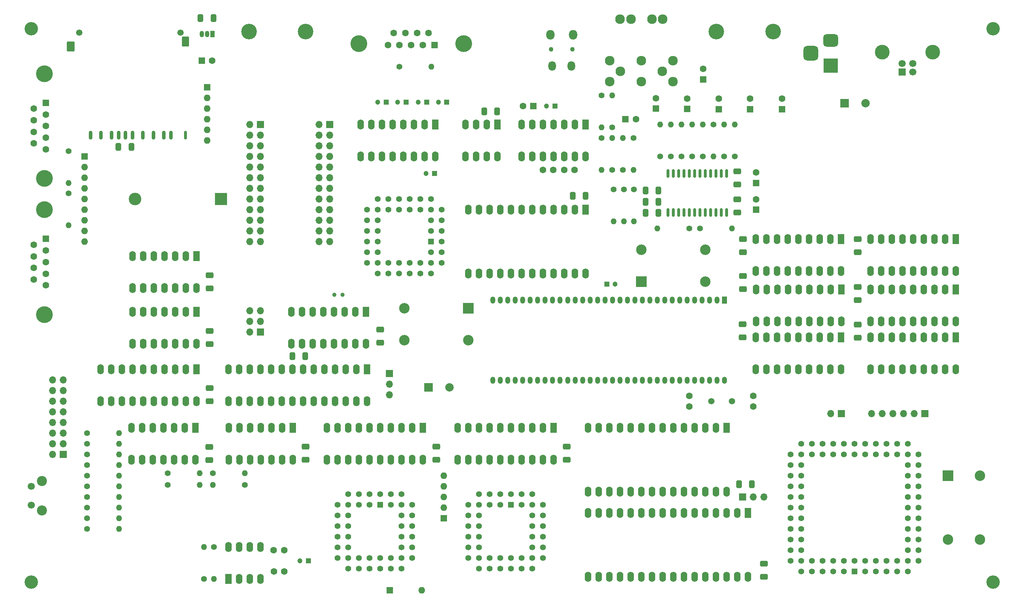
<source format=gbr>
%TF.GenerationSoftware,KiCad,Pcbnew,7.0.6-7.0.6~ubuntu22.04.1*%
%TF.CreationDate,2023-07-10T20:59:33+02:00*%
%TF.ProjectId,sbc,7362632e-6b69-4636-9164-5f7063625858,rev?*%
%TF.SameCoordinates,Original*%
%TF.FileFunction,Soldermask,Top*%
%TF.FilePolarity,Negative*%
%FSLAX46Y46*%
G04 Gerber Fmt 4.6, Leading zero omitted, Abs format (unit mm)*
G04 Created by KiCad (PCBNEW 7.0.6-7.0.6~ubuntu22.04.1) date 2023-07-10 20:59:33*
%MOMM*%
%LPD*%
G01*
G04 APERTURE LIST*
G04 Aperture macros list*
%AMRoundRect*
0 Rectangle with rounded corners*
0 $1 Rounding radius*
0 $2 $3 $4 $5 $6 $7 $8 $9 X,Y pos of 4 corners*
0 Add a 4 corners polygon primitive as box body*
4,1,4,$2,$3,$4,$5,$6,$7,$8,$9,$2,$3,0*
0 Add four circle primitives for the rounded corners*
1,1,$1+$1,$2,$3*
1,1,$1+$1,$4,$5*
1,1,$1+$1,$6,$7*
1,1,$1+$1,$8,$9*
0 Add four rect primitives between the rounded corners*
20,1,$1+$1,$2,$3,$4,$5,0*
20,1,$1+$1,$4,$5,$6,$7,0*
20,1,$1+$1,$6,$7,$8,$9,0*
20,1,$1+$1,$8,$9,$2,$3,0*%
G04 Aperture macros list end*
%ADD10C,3.721100*%
%ADD11C,1.100000*%
%ADD12O,1.800000X2.300000*%
%ADD13O,2.000000X2.300000*%
%ADD14R,1.422400X1.422400*%
%ADD15C,1.422400*%
%ADD16C,3.200000*%
%ADD17R,2.000000X2.000000*%
%ADD18C,2.000000*%
%ADD19RoundRect,0.250000X-0.412500X-0.650000X0.412500X-0.650000X0.412500X0.650000X-0.412500X0.650000X0*%
%ADD20C,1.400000*%
%ADD21O,1.400000X1.400000*%
%ADD22R,1.200000X1.200000*%
%ADD23C,1.200000*%
%ADD24R,1.600000X1.600000*%
%ADD25C,1.600000*%
%ADD26R,1.700000X1.700000*%
%ADD27O,1.700000X1.700000*%
%ADD28R,1.600000X2.400000*%
%ADD29O,1.600000X2.400000*%
%ADD30RoundRect,0.250000X0.650000X-0.412500X0.650000X0.412500X-0.650000X0.412500X-0.650000X-0.412500X0*%
%ADD31R,2.500000X2.500000*%
%ADD32C,2.500000*%
%ADD33O,1.600000X1.600000*%
%ADD34RoundRect,0.250000X0.412500X0.650000X-0.412500X0.650000X-0.412500X-0.650000X0.412500X-0.650000X0*%
%ADD35RoundRect,0.150000X0.150000X-0.875000X0.150000X0.875000X-0.150000X0.875000X-0.150000X-0.875000X0*%
%ADD36R,3.000000X3.000000*%
%ADD37C,3.000000*%
%ADD38C,1.500000*%
%ADD39RoundRect,0.250400X0.149600X0.749600X-0.149600X0.749600X-0.149600X-0.749600X0.149600X-0.749600X0*%
%ADD40RoundRect,0.249900X0.100100X0.750100X-0.100100X0.750100X-0.100100X-0.750100X0.100100X-0.750100X0*%
%ADD41RoundRect,0.250200X0.649800X0.949800X-0.649800X0.949800X-0.649800X-0.949800X0.649800X-0.949800X0*%
%ADD42RoundRect,0.249900X0.600100X0.950100X-0.600100X0.950100X-0.600100X-0.950100X0.600100X-0.950100X0*%
%ADD43C,4.000000*%
%ADD44C,1.700000*%
%ADD45C,3.500000*%
%ADD46C,1.000000*%
%ADD47RoundRect,0.250000X-0.650000X0.412500X-0.650000X-0.412500X0.650000X-0.412500X0.650000X0.412500X0*%
%ADD48C,2.300000*%
%ADD49C,2.400000*%
%ADD50R,1.050000X1.500000*%
%ADD51O,1.050000X1.500000*%
%ADD52R,1.200000X1.700000*%
%ADD53O,1.200000X1.700000*%
%ADD54R,3.500000X3.500000*%
%ADD55RoundRect,0.750000X-1.000000X0.750000X-1.000000X-0.750000X1.000000X-0.750000X1.000000X0.750000X0*%
%ADD56RoundRect,0.875000X-0.875000X0.875000X-0.875000X-0.875000X0.875000X-0.875000X0.875000X0.875000X0*%
G04 APERTURE END LIST*
D10*
%TO.C,J4*%
X231856280Y-69263260D03*
X245374160Y-69263260D03*
%TD*%
D11*
%TO.C,J3*%
X192528000Y-73477000D03*
X197528000Y-73477000D03*
D12*
X197328000Y-77477000D03*
X192728000Y-77477000D03*
D13*
X192278000Y-69977000D03*
X197778000Y-69977000D03*
%TD*%
D14*
%TO.C,U11*%
X151765000Y-182225000D03*
D15*
X149225000Y-179685000D03*
X149225000Y-182225000D03*
X146685000Y-179685000D03*
X146685000Y-182225000D03*
X144145000Y-179685000D03*
X141605000Y-182225000D03*
X144145000Y-182225000D03*
X141605000Y-184765000D03*
X144145000Y-184765000D03*
X141605000Y-187305000D03*
X144145000Y-187305000D03*
X141605000Y-189845000D03*
X144145000Y-189845000D03*
X141605000Y-192385000D03*
X144145000Y-192385000D03*
X141605000Y-194925000D03*
X144145000Y-197465000D03*
X144145000Y-194925000D03*
X146685000Y-197465000D03*
X146685000Y-194925000D03*
X149225000Y-197465000D03*
X149225000Y-194925000D03*
X151765000Y-197465000D03*
X151765000Y-194925000D03*
X154305000Y-197465000D03*
X154305000Y-194925000D03*
X156845000Y-197465000D03*
X159385000Y-194925000D03*
X156845000Y-194925000D03*
X159385000Y-192385000D03*
X156845000Y-192385000D03*
X159385000Y-189845000D03*
X156845000Y-189845000D03*
X159385000Y-187305000D03*
X156845000Y-187305000D03*
X159385000Y-184765000D03*
X156845000Y-184765000D03*
X159385000Y-182225000D03*
X156845000Y-179685000D03*
X156845000Y-182225000D03*
X154305000Y-179685000D03*
X154305000Y-182225000D03*
X151765000Y-179685000D03*
%TD*%
D16*
%TO.C,H2*%
X297815000Y-68580000D03*
%TD*%
D17*
%TO.C,C3*%
X163240323Y-154178000D03*
D18*
X168240323Y-154178000D03*
%TD*%
D16*
%TO.C,H3*%
X297815000Y-200660000D03*
%TD*%
D19*
%TO.C,C9*%
X237236000Y-177292000D03*
X240361000Y-177292000D03*
%TD*%
D20*
%TO.C,R30*%
X207391000Y-106934000D03*
D21*
X207391000Y-114554000D03*
%TD*%
D20*
%TO.C,R10*%
X81915000Y-170180000D03*
D21*
X89535000Y-170180000D03*
%TD*%
D20*
%TO.C,R6*%
X81915000Y-177800000D03*
D21*
X89535000Y-177800000D03*
%TD*%
D22*
%TO.C,C38*%
X205740000Y-129540000D03*
D23*
X207740000Y-129540000D03*
%TD*%
D16*
%TO.C,H1*%
X68580000Y-68580000D03*
%TD*%
D24*
%TO.C,C46*%
X241300000Y-111760000D03*
D25*
X241300000Y-109260000D03*
%TD*%
D26*
%TO.C,JTAG1*%
X281559000Y-160401000D03*
D27*
X279019000Y-160401000D03*
X276479000Y-160401000D03*
X273939000Y-160401000D03*
X271399000Y-160401000D03*
X268859000Y-160401000D03*
%TD*%
D20*
%TO.C,R27*%
X207010000Y-102235000D03*
D21*
X207010000Y-94615000D03*
%TD*%
D28*
%TO.C,U12*%
X161925000Y-163815000D03*
D29*
X159385000Y-163815000D03*
X156845000Y-163815000D03*
X154305000Y-163815000D03*
X151765000Y-163815000D03*
X149225000Y-163815000D03*
X146685000Y-163815000D03*
X144145000Y-163815000D03*
X141605000Y-163815000D03*
X139065000Y-163815000D03*
X139065000Y-171435000D03*
X141605000Y-171435000D03*
X144145000Y-171435000D03*
X146685000Y-171435000D03*
X149225000Y-171435000D03*
X151765000Y-171435000D03*
X154305000Y-171435000D03*
X156845000Y-171435000D03*
X159385000Y-171435000D03*
X161925000Y-171435000D03*
%TD*%
D28*
%TO.C,U7*%
X107950000Y-136144000D03*
D29*
X105410000Y-136144000D03*
X102870000Y-136144000D03*
X100330000Y-136144000D03*
X97790000Y-136144000D03*
X95250000Y-136144000D03*
X92710000Y-136144000D03*
X92710000Y-143764000D03*
X95250000Y-143764000D03*
X97790000Y-143764000D03*
X100330000Y-143764000D03*
X102870000Y-143764000D03*
X105410000Y-143764000D03*
X107950000Y-143764000D03*
%TD*%
D30*
%TO.C,C33*%
X133985000Y-171400000D03*
X133985000Y-168275000D03*
%TD*%
D20*
%TO.C,R40*%
X231140000Y-91440000D03*
D21*
X231140000Y-99060000D03*
%TD*%
D28*
%TO.C,U26*%
X200660000Y-91440000D03*
D29*
X198120000Y-91440000D03*
X195580000Y-91440000D03*
X193040000Y-91440000D03*
X190500000Y-91440000D03*
X187960000Y-91440000D03*
X185420000Y-91440000D03*
X185420000Y-99060000D03*
X187960000Y-99060000D03*
X190500000Y-99060000D03*
X193040000Y-99060000D03*
X195580000Y-99060000D03*
X198120000Y-99060000D03*
X200660000Y-99060000D03*
%TD*%
D26*
%TO.C,JP2*%
X261620000Y-160401000D03*
D27*
X259080000Y-160401000D03*
%TD*%
D30*
%TO.C,C54*%
X236855000Y-105702500D03*
X236855000Y-102577500D03*
%TD*%
D20*
%TO.C,R7*%
X81915000Y-185420000D03*
D21*
X89535000Y-185420000D03*
%TD*%
D31*
%TO.C,X3*%
X213995000Y-128905000D03*
D32*
X229235000Y-128905000D03*
X229235000Y-121285000D03*
X213995000Y-121285000D03*
%TD*%
D20*
%TO.C,R31*%
X225425000Y-116205000D03*
D21*
X217805000Y-116205000D03*
%TD*%
D24*
%TO.C,RR1*%
X81280000Y-99060000D03*
D33*
X81280000Y-101600000D03*
X81280000Y-104140000D03*
X81280000Y-106680000D03*
X81280000Y-109220000D03*
X81280000Y-111760000D03*
X81280000Y-114300000D03*
X81280000Y-116840000D03*
X81280000Y-119380000D03*
%TD*%
D25*
%TO.C,C32*%
X225425000Y-156210000D03*
X225425000Y-158710000D03*
%TD*%
D19*
%TO.C,C45*%
X214972500Y-112522000D03*
X218097500Y-112522000D03*
%TD*%
D24*
%TO.C,C56*%
X232410000Y-87757000D03*
D25*
X232410000Y-85257000D03*
%TD*%
D20*
%TO.C,R26*%
X204470000Y-94615000D03*
D21*
X204470000Y-102235000D03*
%TD*%
D30*
%TO.C,C29*%
X238210000Y-130683000D03*
X238210000Y-127558000D03*
%TD*%
D34*
%TO.C,C24*%
X92494500Y-96774000D03*
X89369500Y-96774000D03*
%TD*%
D30*
%TO.C,C59*%
X111125000Y-130506000D03*
X111125000Y-127381000D03*
%TD*%
D16*
%TO.C,H4*%
X68580000Y-200660000D03*
%TD*%
D28*
%TO.C,U28*%
X107701000Y-163815000D03*
D29*
X105161000Y-163815000D03*
X102621000Y-163815000D03*
X100081000Y-163815000D03*
X97541000Y-163815000D03*
X95001000Y-163815000D03*
X92461000Y-163815000D03*
X92461000Y-171435000D03*
X95001000Y-171435000D03*
X97541000Y-171435000D03*
X100081000Y-171435000D03*
X102621000Y-171435000D03*
X105161000Y-171435000D03*
X107701000Y-171435000D03*
%TD*%
D35*
%TO.C,U27*%
X220345000Y-112395000D03*
X221615000Y-112395000D03*
X222885000Y-112395000D03*
X224155000Y-112395000D03*
X225425000Y-112395000D03*
X226695000Y-112395000D03*
X227965000Y-112395000D03*
X229235000Y-112395000D03*
X230505000Y-112395000D03*
X231775000Y-112395000D03*
X233045000Y-112395000D03*
X234315000Y-112395000D03*
X234315000Y-103095000D03*
X233045000Y-103095000D03*
X231775000Y-103095000D03*
X230505000Y-103095000D03*
X229235000Y-103095000D03*
X227965000Y-103095000D03*
X226695000Y-103095000D03*
X225425000Y-103095000D03*
X224155000Y-103095000D03*
X222885000Y-103095000D03*
X221615000Y-103095000D03*
X220345000Y-103095000D03*
%TD*%
D22*
%TO.C,C17*%
X164675600Y-103124000D03*
D23*
X162675600Y-103124000D03*
%TD*%
D24*
%TO.C,C51*%
X239903000Y-87757000D03*
D25*
X239903000Y-85257000D03*
%TD*%
D24*
%TO.C,C50*%
X217424000Y-87630000D03*
D25*
X217424000Y-85130000D03*
%TD*%
D20*
%TO.C,R25*%
X204470000Y-84455000D03*
D21*
X204470000Y-92075000D03*
%TD*%
D24*
%TO.C,C43*%
X210185000Y-90170000D03*
D25*
X212685000Y-90170000D03*
%TD*%
D30*
%TO.C,C12*%
X265515000Y-142290000D03*
X265515000Y-139165000D03*
%TD*%
D24*
%TO.C,D1*%
X154051000Y-202565000D03*
D33*
X161671000Y-202565000D03*
%TD*%
D28*
%TO.C,U21*%
X261620000Y-130810000D03*
D29*
X259080000Y-130810000D03*
X256540000Y-130810000D03*
X254000000Y-130810000D03*
X251460000Y-130810000D03*
X248920000Y-130810000D03*
X246380000Y-130810000D03*
X243840000Y-130810000D03*
X241300000Y-130810000D03*
X241300000Y-138430000D03*
X243840000Y-138430000D03*
X246380000Y-138430000D03*
X248920000Y-138430000D03*
X251460000Y-138430000D03*
X254000000Y-138430000D03*
X256540000Y-138430000D03*
X259080000Y-138430000D03*
X261620000Y-138430000D03*
%TD*%
D28*
%TO.C,U19*%
X261610000Y-142250000D03*
D29*
X259070000Y-142250000D03*
X256530000Y-142250000D03*
X253990000Y-142250000D03*
X251450000Y-142250000D03*
X248910000Y-142250000D03*
X246370000Y-142250000D03*
X243830000Y-142250000D03*
X241290000Y-142250000D03*
X241290000Y-149870000D03*
X243830000Y-149870000D03*
X246370000Y-149870000D03*
X248910000Y-149870000D03*
X251450000Y-149870000D03*
X253990000Y-149870000D03*
X256530000Y-149870000D03*
X259070000Y-149870000D03*
X261610000Y-149870000D03*
%TD*%
D19*
%TO.C,C47*%
X214972500Y-109855000D03*
X218097500Y-109855000D03*
%TD*%
D28*
%TO.C,U25*%
X179705000Y-91440000D03*
D29*
X177165000Y-91440000D03*
X174625000Y-91440000D03*
X172085000Y-91440000D03*
X172085000Y-99060000D03*
X174625000Y-99060000D03*
X177165000Y-99060000D03*
X179705000Y-99060000D03*
%TD*%
D25*
%TO.C,C35*%
X240665000Y-156230000D03*
X240665000Y-158730000D03*
%TD*%
D34*
%TO.C,C60*%
X200737000Y-108458000D03*
X197612000Y-108458000D03*
%TD*%
D20*
%TO.C,R36*%
X226060000Y-99060000D03*
D21*
X226060000Y-91440000D03*
%TD*%
D28*
%TO.C,U16*%
X200660000Y-111760000D03*
D29*
X198120000Y-111760000D03*
X195580000Y-111760000D03*
X193040000Y-111760000D03*
X190500000Y-111760000D03*
X187960000Y-111760000D03*
X185420000Y-111760000D03*
X182880000Y-111760000D03*
X180340000Y-111760000D03*
X177800000Y-111760000D03*
X175260000Y-111760000D03*
X172720000Y-111760000D03*
X172720000Y-127000000D03*
X175260000Y-127000000D03*
X177800000Y-127000000D03*
X180340000Y-127000000D03*
X182880000Y-127000000D03*
X185420000Y-127000000D03*
X187960000Y-127000000D03*
X190500000Y-127000000D03*
X193040000Y-127000000D03*
X195580000Y-127000000D03*
X198120000Y-127000000D03*
X200660000Y-127000000D03*
%TD*%
D20*
%TO.C,R34*%
X220980000Y-99060000D03*
D21*
X220980000Y-91440000D03*
%TD*%
D36*
%TO.C,BT1*%
X113850001Y-109220001D03*
D37*
X93360001Y-109220001D03*
%TD*%
D20*
%TO.C,R39*%
X236220000Y-99060000D03*
D21*
X236220000Y-91440000D03*
%TD*%
D28*
%TO.C,U10*%
X115580000Y-199898000D03*
D29*
X118120000Y-199898000D03*
X120660000Y-199898000D03*
X123200000Y-199898000D03*
X123200000Y-192278000D03*
X120660000Y-192278000D03*
X118120000Y-192278000D03*
X115580000Y-192278000D03*
%TD*%
D31*
%TO.C,X1*%
X287020000Y-175260000D03*
D32*
X287020000Y-190500000D03*
X294640000Y-190500000D03*
X294640000Y-175260000D03*
%TD*%
D38*
%TO.C,J6*%
X104210000Y-69469000D03*
X80010000Y-69469000D03*
D39*
X85230000Y-93969000D03*
X87730000Y-93969000D03*
X91030000Y-93969000D03*
X92730000Y-93969000D03*
X95230000Y-93969000D03*
X97730000Y-93969000D03*
X100160000Y-93969000D03*
X101860000Y-93969000D03*
X82730000Y-93969000D03*
X89430000Y-93969000D03*
D40*
X105350000Y-93969000D03*
D41*
X78010000Y-72769000D03*
D42*
X105360000Y-71569000D03*
%TD*%
D24*
%TO.C,C53*%
X228727000Y-80645000D03*
D25*
X228727000Y-78145000D03*
%TD*%
D34*
%TO.C,C61*%
X179655000Y-88265000D03*
X176530000Y-88265000D03*
%TD*%
D43*
%TO.C,J2*%
X171641000Y-72134331D03*
X146641000Y-72134331D03*
D24*
X164681000Y-72434331D03*
D25*
X161911000Y-72434331D03*
X159141000Y-72434331D03*
X156371000Y-72434331D03*
X153601000Y-72434331D03*
X163296000Y-69594331D03*
X160526000Y-69594331D03*
X157756000Y-69594331D03*
X154986000Y-69594331D03*
%TD*%
D20*
%TO.C,R43*%
X101092000Y-174625000D03*
D21*
X108712000Y-174625000D03*
%TD*%
D24*
%TO.C,C20*%
X109220000Y-76200000D03*
D25*
X111720000Y-76200000D03*
%TD*%
D28*
%TO.C,U5*%
X130942000Y-163815000D03*
D29*
X128402000Y-163815000D03*
X125862000Y-163815000D03*
X123322000Y-163815000D03*
X120782000Y-163815000D03*
X118242000Y-163815000D03*
X115702000Y-163815000D03*
X115702000Y-171435000D03*
X118242000Y-171435000D03*
X120782000Y-171435000D03*
X123322000Y-171435000D03*
X125862000Y-171435000D03*
X128402000Y-171435000D03*
X130942000Y-171435000D03*
%TD*%
D22*
%TO.C,C19*%
X167608000Y-86106000D03*
D23*
X165608000Y-86106000D03*
%TD*%
D28*
%TO.C,U22*%
X288915000Y-130820000D03*
D29*
X286375000Y-130820000D03*
X283835000Y-130820000D03*
X281295000Y-130820000D03*
X278755000Y-130820000D03*
X276215000Y-130820000D03*
X273675000Y-130820000D03*
X271135000Y-130820000D03*
X268595000Y-130820000D03*
X268595000Y-138440000D03*
X271135000Y-138440000D03*
X273675000Y-138440000D03*
X276215000Y-138440000D03*
X278755000Y-138440000D03*
X281295000Y-138440000D03*
X283835000Y-138440000D03*
X286375000Y-138440000D03*
X288915000Y-138440000D03*
%TD*%
D30*
%TO.C,C8*%
X196215000Y-171400000D03*
X196215000Y-168275000D03*
%TD*%
D26*
%TO.C,SLOT1*%
X123190000Y-91440000D03*
D27*
X120650000Y-91440000D03*
X123190000Y-93980000D03*
X120650000Y-93980000D03*
X123190000Y-96520000D03*
X120650000Y-96520000D03*
X123190000Y-99060000D03*
X120650000Y-99060000D03*
X123190000Y-101600000D03*
X120650000Y-101600000D03*
X123190000Y-104140000D03*
X120650000Y-104140000D03*
X123190000Y-106680000D03*
X120650000Y-106680000D03*
X123190000Y-109220000D03*
X120650000Y-109220000D03*
X123190000Y-111760000D03*
X120650000Y-111760000D03*
X123190000Y-114300000D03*
X120650000Y-114300000D03*
X123190000Y-116840000D03*
X120650000Y-116840000D03*
X123190000Y-119380000D03*
X120650000Y-119380000D03*
%TD*%
D28*
%TO.C,U8*%
X164857400Y-91425000D03*
D29*
X162317400Y-91425000D03*
X159777400Y-91425000D03*
X157237400Y-91425000D03*
X154697400Y-91425000D03*
X152157400Y-91425000D03*
X149617400Y-91425000D03*
X147077400Y-91425000D03*
X147077400Y-99045000D03*
X149617400Y-99045000D03*
X152157400Y-99045000D03*
X154697400Y-99045000D03*
X157237400Y-99045000D03*
X159777400Y-99045000D03*
X162317400Y-99045000D03*
X164857400Y-99045000D03*
%TD*%
D20*
%TO.C,R5*%
X81915000Y-187960000D03*
D21*
X89535000Y-187960000D03*
%TD*%
D20*
%TO.C,R12*%
X81915000Y-167640000D03*
D21*
X89535000Y-167640000D03*
%TD*%
D20*
%TO.C,R3*%
X111887000Y-174625000D03*
D21*
X119507000Y-174625000D03*
%TD*%
D14*
%TO.C,U6*%
X163830000Y-119380000D03*
D15*
X166370000Y-116840000D03*
X163830000Y-116840000D03*
X166370000Y-114300000D03*
X163830000Y-114300000D03*
X166370000Y-111760000D03*
X163830000Y-109220000D03*
X163830000Y-111760000D03*
X161290000Y-109220000D03*
X161290000Y-111760000D03*
X158750000Y-109220000D03*
X158750000Y-111760000D03*
X156210000Y-109220000D03*
X156210000Y-111760000D03*
X153670000Y-109220000D03*
X153670000Y-111760000D03*
X151130000Y-109220000D03*
X148590000Y-111760000D03*
X151130000Y-111760000D03*
X148590000Y-114300000D03*
X151130000Y-114300000D03*
X148590000Y-116840000D03*
X151130000Y-116840000D03*
X148590000Y-119380000D03*
X151130000Y-119380000D03*
X148590000Y-121920000D03*
X151130000Y-121920000D03*
X148590000Y-124460000D03*
X151130000Y-127000000D03*
X151130000Y-124460000D03*
X153670000Y-127000000D03*
X153670000Y-124460000D03*
X156210000Y-127000000D03*
X156210000Y-124460000D03*
X158750000Y-127000000D03*
X158750000Y-124460000D03*
X161290000Y-127000000D03*
X161290000Y-124460000D03*
X163830000Y-127000000D03*
X166370000Y-124460000D03*
X163830000Y-124460000D03*
X166370000Y-121920000D03*
X163830000Y-121920000D03*
X166370000Y-119380000D03*
%TD*%
D20*
%TO.C,R24*%
X209550000Y-102235000D03*
D21*
X209550000Y-94615000D03*
%TD*%
D28*
%TO.C,U30*%
X148336000Y-136144000D03*
D29*
X145796000Y-136144000D03*
X143256000Y-136144000D03*
X140716000Y-136144000D03*
X138176000Y-136144000D03*
X135636000Y-136144000D03*
X133096000Y-136144000D03*
X130556000Y-136144000D03*
X130556000Y-143764000D03*
X133096000Y-143764000D03*
X135636000Y-143764000D03*
X138176000Y-143764000D03*
X140716000Y-143764000D03*
X143256000Y-143764000D03*
X145796000Y-143764000D03*
X148336000Y-143764000D03*
%TD*%
D30*
%TO.C,C7*%
X165100000Y-171400000D03*
X165100000Y-168275000D03*
%TD*%
D20*
%TO.C,R35*%
X223520000Y-99060000D03*
D21*
X223520000Y-91440000D03*
%TD*%
D26*
%TO.C,SLOT0*%
X139700000Y-91440000D03*
D27*
X137160000Y-91440000D03*
X139700000Y-93980000D03*
X137160000Y-93980000D03*
X139700000Y-96520000D03*
X137160000Y-96520000D03*
X139700000Y-99060000D03*
X137160000Y-99060000D03*
X139700000Y-101600000D03*
X137160000Y-101600000D03*
X139700000Y-104140000D03*
X137160000Y-104140000D03*
X139700000Y-106680000D03*
X137160000Y-106680000D03*
X139700000Y-109220000D03*
X137160000Y-109220000D03*
X139700000Y-111760000D03*
X137160000Y-111760000D03*
X139700000Y-114300000D03*
X137160000Y-114300000D03*
X139700000Y-116840000D03*
X137160000Y-116840000D03*
X139700000Y-119380000D03*
X137160000Y-119380000D03*
%TD*%
D20*
%TO.C,R1*%
X112141000Y-192278000D03*
D21*
X112141000Y-199898000D03*
%TD*%
D20*
%TO.C,R29*%
X209804000Y-106934000D03*
D21*
X209804000Y-114554000D03*
%TD*%
D30*
%TO.C,C10*%
X243205000Y-199340000D03*
X243205000Y-196215000D03*
%TD*%
D28*
%TO.C,U3*%
X239395000Y-184150000D03*
D29*
X236855000Y-184150000D03*
X234315000Y-184150000D03*
X231775000Y-184150000D03*
X229235000Y-184150000D03*
X226695000Y-184150000D03*
X224155000Y-184150000D03*
X221615000Y-184150000D03*
X219075000Y-184150000D03*
X216535000Y-184150000D03*
X213995000Y-184150000D03*
X211455000Y-184150000D03*
X208915000Y-184150000D03*
X206375000Y-184150000D03*
X203835000Y-184150000D03*
X201295000Y-184150000D03*
X201295000Y-199390000D03*
X203835000Y-199390000D03*
X206375000Y-199390000D03*
X208915000Y-199390000D03*
X211455000Y-199390000D03*
X213995000Y-199390000D03*
X216535000Y-199390000D03*
X219075000Y-199390000D03*
X221615000Y-199390000D03*
X224155000Y-199390000D03*
X226695000Y-199390000D03*
X229235000Y-199390000D03*
X231775000Y-199390000D03*
X234315000Y-199390000D03*
X236855000Y-199390000D03*
X239395000Y-199390000D03*
%TD*%
D43*
%TO.C,Port2*%
X71755000Y-79285000D03*
X71755000Y-104285000D03*
D24*
X72055000Y-86245000D03*
D25*
X72055000Y-89015000D03*
X72055000Y-91785000D03*
X72055000Y-94555000D03*
X72055000Y-97325000D03*
X69215000Y-87630000D03*
X69215000Y-90400000D03*
X69215000Y-93170000D03*
X69215000Y-95940000D03*
%TD*%
D24*
%TO.C,RN2*%
X110490000Y-82550000D03*
D33*
X110490000Y-85090000D03*
X110490000Y-87630000D03*
X110490000Y-90170000D03*
X110490000Y-92710000D03*
X110490000Y-95250000D03*
%TD*%
D26*
%TO.C,J1*%
X276169000Y-78878000D03*
D44*
X278669000Y-78878000D03*
X278669000Y-76878000D03*
X276169000Y-76878000D03*
D45*
X271399000Y-74168000D03*
X283439000Y-74168000D03*
%TD*%
D24*
%TO.C,RN1*%
X166878000Y-185420000D03*
D33*
X166878000Y-182880000D03*
X166878000Y-180340000D03*
X166878000Y-177800000D03*
X166878000Y-175260000D03*
%TD*%
D26*
%TO.C,JP1*%
X238125000Y-180340000D03*
D27*
X240665000Y-180340000D03*
X243205000Y-180340000D03*
%TD*%
D26*
%TO.C,P3*%
X123190000Y-140970000D03*
D27*
X120650000Y-140970000D03*
X123190000Y-138430000D03*
X120650000Y-138430000D03*
X123190000Y-135890000D03*
X120650000Y-135890000D03*
%TD*%
D25*
%TO.C,C2*%
X126397000Y-193040000D03*
X128897000Y-193040000D03*
%TD*%
D28*
%TO.C,U13*%
X193040000Y-163830000D03*
D29*
X190500000Y-163830000D03*
X187960000Y-163830000D03*
X185420000Y-163830000D03*
X182880000Y-163830000D03*
X180340000Y-163830000D03*
X177800000Y-163830000D03*
X175260000Y-163830000D03*
X172720000Y-163830000D03*
X170180000Y-163830000D03*
X170180000Y-171450000D03*
X172720000Y-171450000D03*
X175260000Y-171450000D03*
X177800000Y-171450000D03*
X180340000Y-171450000D03*
X182880000Y-171450000D03*
X185420000Y-171450000D03*
X187960000Y-171450000D03*
X190500000Y-171450000D03*
X193040000Y-171450000D03*
%TD*%
D19*
%TO.C,C44*%
X214972500Y-107188000D03*
X218097500Y-107188000D03*
%TD*%
D20*
%TO.C,R14*%
X212090000Y-94615000D03*
D21*
X212090000Y-102235000D03*
%TD*%
D28*
%TO.C,U20*%
X288925000Y-142240000D03*
D29*
X286385000Y-142240000D03*
X283845000Y-142240000D03*
X281305000Y-142240000D03*
X278765000Y-142240000D03*
X276225000Y-142240000D03*
X273685000Y-142240000D03*
X271145000Y-142240000D03*
X268605000Y-142240000D03*
X268605000Y-149860000D03*
X271145000Y-149860000D03*
X273685000Y-149860000D03*
X276225000Y-149860000D03*
X278765000Y-149860000D03*
X281305000Y-149860000D03*
X283845000Y-149860000D03*
X286385000Y-149860000D03*
X288925000Y-149860000D03*
%TD*%
D46*
%TO.C,X4*%
X140848000Y-132080000D03*
X142748000Y-132080000D03*
%TD*%
D25*
%TO.C,C41*%
X193000000Y-102235000D03*
X190500000Y-102235000D03*
%TD*%
D20*
%TO.C,R28*%
X212217000Y-106934000D03*
D21*
X212217000Y-114554000D03*
%TD*%
D20*
%TO.C,R38*%
X233680000Y-99060000D03*
D21*
X233680000Y-91440000D03*
%TD*%
D47*
%TO.C,C26*%
X265515000Y-130225000D03*
X265515000Y-133350000D03*
%TD*%
D20*
%TO.C,R23*%
X207010000Y-92075000D03*
D21*
X207010000Y-84455000D03*
%TD*%
D22*
%TO.C,C25*%
X162814000Y-86106000D03*
D23*
X160814000Y-86106000D03*
%TD*%
D22*
%TO.C,C21*%
X157944600Y-86106000D03*
D23*
X155944600Y-86106000D03*
%TD*%
D20*
%TO.C,R32*%
X227965000Y-116205000D03*
D21*
X235585000Y-116205000D03*
%TD*%
D22*
%TO.C,C39*%
X193377599Y-86995000D03*
D23*
X191377599Y-86995000D03*
%TD*%
D19*
%TO.C,C23*%
X108927500Y-66040000D03*
X112052500Y-66040000D03*
%TD*%
D25*
%TO.C,C1*%
X126437000Y-198120000D03*
X128937000Y-198120000D03*
%TD*%
D30*
%TO.C,C57*%
X110998000Y-171527000D03*
X110998000Y-168402000D03*
%TD*%
%TO.C,C48*%
X236855000Y-112395000D03*
X236855000Y-109270000D03*
%TD*%
D14*
%TO.C,U2*%
X264795000Y-198120000D03*
D15*
X264795000Y-195580000D03*
X267335000Y-198120000D03*
X267335000Y-195580000D03*
X269875000Y-198120000D03*
X269875000Y-195580000D03*
X272415000Y-198120000D03*
X272415000Y-195580000D03*
X274955000Y-198120000D03*
X274955000Y-195580000D03*
X277495000Y-198120000D03*
X280035000Y-195580000D03*
X277495000Y-195580000D03*
X280035000Y-193040000D03*
X277495000Y-193040000D03*
X280035000Y-190500000D03*
X277495000Y-190500000D03*
X280035000Y-187960000D03*
X277495000Y-187960000D03*
X280035000Y-185420000D03*
X277495000Y-185420000D03*
X280035000Y-182880000D03*
X277495000Y-182880000D03*
X280035000Y-180340000D03*
X277495000Y-180340000D03*
X280035000Y-177800000D03*
X277495000Y-177800000D03*
X280035000Y-175260000D03*
X277495000Y-175260000D03*
X280035000Y-172720000D03*
X277495000Y-172720000D03*
X280035000Y-170180000D03*
X277495000Y-167640000D03*
X277495000Y-170180000D03*
X274955000Y-167640000D03*
X274955000Y-170180000D03*
X272415000Y-167640000D03*
X272415000Y-170180000D03*
X269875000Y-167640000D03*
X269875000Y-170180000D03*
X267335000Y-167640000D03*
X267335000Y-170180000D03*
X264795000Y-167640000D03*
X264795000Y-170180000D03*
X262255000Y-167640000D03*
X262255000Y-170180000D03*
X259715000Y-167640000D03*
X259715000Y-170180000D03*
X257175000Y-167640000D03*
X257175000Y-170180000D03*
X254635000Y-167640000D03*
X254635000Y-170180000D03*
X252095000Y-167640000D03*
X249555000Y-170180000D03*
X252095000Y-170180000D03*
X249555000Y-172720000D03*
X252095000Y-172720000D03*
X249555000Y-175260000D03*
X252095000Y-175260000D03*
X249555000Y-177800000D03*
X252095000Y-177800000D03*
X249555000Y-180340000D03*
X252095000Y-180340000D03*
X249555000Y-182880000D03*
X252095000Y-182880000D03*
X249555000Y-185420000D03*
X252095000Y-185420000D03*
X249555000Y-187960000D03*
X252095000Y-187960000D03*
X249555000Y-190500000D03*
X252095000Y-190500000D03*
X249555000Y-193040000D03*
X252095000Y-193040000D03*
X249555000Y-195580000D03*
X252095000Y-198120000D03*
X252095000Y-195580000D03*
X254635000Y-198120000D03*
X254635000Y-195580000D03*
X257175000Y-198120000D03*
X257175000Y-195580000D03*
X259715000Y-198120000D03*
X259715000Y-195580000D03*
X262255000Y-198120000D03*
X262255000Y-195580000D03*
%TD*%
D20*
%TO.C,R2*%
X109728000Y-199898000D03*
D21*
X109728000Y-192278000D03*
%TD*%
D48*
%TO.C,J5*%
X208915000Y-66294000D03*
X211495000Y-66300000D03*
X216495000Y-66300000D03*
X219075000Y-66294000D03*
X206495000Y-76200000D03*
X213995000Y-76200000D03*
X221495000Y-76200000D03*
X208995000Y-78700000D03*
X218995000Y-78700000D03*
X206495000Y-81200000D03*
X221495000Y-81200000D03*
X213995000Y-81200000D03*
%TD*%
D30*
%TO.C,C62*%
X151765000Y-143460000D03*
X151765000Y-140335000D03*
%TD*%
D49*
%TO.C,SW1*%
X71120000Y-183530000D03*
X71120000Y-176530000D03*
D44*
X68620000Y-182280000D03*
X68620000Y-177780000D03*
%TD*%
D22*
%TO.C,C4*%
X134620000Y-195580000D03*
D23*
X132620000Y-195580000D03*
%TD*%
D30*
%TO.C,C58*%
X111125000Y-143841000D03*
X111125000Y-140716000D03*
%TD*%
D26*
%TO.C,P1*%
X76200000Y-170180000D03*
D27*
X73660000Y-170180000D03*
X76200000Y-167640000D03*
X73660000Y-167640000D03*
X76200000Y-165100000D03*
X73660000Y-165100000D03*
X76200000Y-162560000D03*
X73660000Y-162560000D03*
X76200000Y-160020000D03*
X73660000Y-160020000D03*
X76200000Y-157480000D03*
X73660000Y-157480000D03*
X76200000Y-154940000D03*
X73660000Y-154940000D03*
X76200000Y-152400000D03*
X73660000Y-152400000D03*
%TD*%
D28*
%TO.C,U29*%
X107950000Y-149860000D03*
D29*
X105410000Y-149860000D03*
X102870000Y-149860000D03*
X100330000Y-149860000D03*
X97790000Y-149860000D03*
X95250000Y-149860000D03*
X92710000Y-149860000D03*
X90170000Y-149860000D03*
X87630000Y-149860000D03*
X85090000Y-149860000D03*
X85090000Y-157480000D03*
X87630000Y-157480000D03*
X90170000Y-157480000D03*
X92710000Y-157480000D03*
X95250000Y-157480000D03*
X97790000Y-157480000D03*
X100330000Y-157480000D03*
X102870000Y-157480000D03*
X105410000Y-157480000D03*
X107950000Y-157480000D03*
%TD*%
D28*
%TO.C,U14*%
X107950000Y-122809000D03*
D29*
X105410000Y-122809000D03*
X102870000Y-122809000D03*
X100330000Y-122809000D03*
X97790000Y-122809000D03*
X95250000Y-122809000D03*
X92710000Y-122809000D03*
X92710000Y-130429000D03*
X95250000Y-130429000D03*
X97790000Y-130429000D03*
X100330000Y-130429000D03*
X102870000Y-130429000D03*
X105410000Y-130429000D03*
X107950000Y-130429000D03*
%TD*%
D20*
%TO.C,R8*%
X81915000Y-175260000D03*
D21*
X89535000Y-175260000D03*
%TD*%
D20*
%TO.C,R41*%
X77470000Y-107823000D03*
D21*
X77470000Y-115443000D03*
%TD*%
D28*
%TO.C,U4*%
X234315000Y-163810000D03*
D29*
X231775000Y-163810000D03*
X229235000Y-163810000D03*
X226695000Y-163810000D03*
X224155000Y-163810000D03*
X221615000Y-163810000D03*
X219075000Y-163810000D03*
X216535000Y-163810000D03*
X213995000Y-163810000D03*
X211455000Y-163810000D03*
X208915000Y-163810000D03*
X206375000Y-163810000D03*
X203835000Y-163810000D03*
X201295000Y-163810000D03*
X201295000Y-179050000D03*
X203835000Y-179050000D03*
X206375000Y-179050000D03*
X208915000Y-179050000D03*
X211455000Y-179050000D03*
X213995000Y-179050000D03*
X216535000Y-179050000D03*
X219075000Y-179050000D03*
X221615000Y-179050000D03*
X224155000Y-179050000D03*
X226695000Y-179050000D03*
X229235000Y-179050000D03*
X231775000Y-179050000D03*
X234315000Y-179050000D03*
%TD*%
D43*
%TO.C,Port1*%
X71755000Y-111760000D03*
X71755000Y-136760000D03*
D24*
X72055000Y-118720000D03*
D25*
X72055000Y-121490000D03*
X72055000Y-124260000D03*
X72055000Y-127030000D03*
X72055000Y-129800000D03*
X69215000Y-120105000D03*
X69215000Y-122875000D03*
X69215000Y-125645000D03*
X69215000Y-128415000D03*
%TD*%
D20*
%TO.C,R9*%
X81915000Y-180340000D03*
D21*
X89535000Y-180340000D03*
%TD*%
D20*
%TO.C,R11*%
X81915000Y-172720000D03*
D21*
X89535000Y-172720000D03*
%TD*%
D47*
%TO.C,C28*%
X238210000Y-118745000D03*
X238210000Y-121870000D03*
%TD*%
D20*
%TO.C,R37*%
X228600000Y-99060000D03*
D21*
X228600000Y-91440000D03*
%TD*%
D30*
%TO.C,C30*%
X238125000Y-142190000D03*
X238125000Y-139065000D03*
%TD*%
D20*
%TO.C,R13*%
X81915000Y-165100000D03*
D21*
X89535000Y-165100000D03*
%TD*%
D10*
%TO.C,P4*%
X120495060Y-69263260D03*
X134012940Y-69263260D03*
%TD*%
D50*
%TO.C,U9*%
X111760000Y-69850000D03*
D51*
X110490000Y-69850000D03*
X109220000Y-69850000D03*
%TD*%
D28*
%TO.C,IC1*%
X148590000Y-149860000D03*
D29*
X146050000Y-149860000D03*
X143510000Y-149860000D03*
X140970000Y-149860000D03*
X138430000Y-149860000D03*
X135890000Y-149860000D03*
X133350000Y-149860000D03*
X130810000Y-149860000D03*
X128270000Y-149860000D03*
X125730000Y-149860000D03*
X123190000Y-149860000D03*
X120650000Y-149860000D03*
X118110000Y-149860000D03*
X115570000Y-149860000D03*
X115570000Y-157480000D03*
X118110000Y-157480000D03*
X120650000Y-157480000D03*
X123190000Y-157480000D03*
X125730000Y-157480000D03*
X128270000Y-157480000D03*
X130810000Y-157480000D03*
X133350000Y-157480000D03*
X135890000Y-157480000D03*
X138430000Y-157480000D03*
X140970000Y-157480000D03*
X143510000Y-157480000D03*
X146050000Y-157480000D03*
X148590000Y-157480000D03*
%TD*%
D22*
%TO.C,C22*%
X153162000Y-86106000D03*
D23*
X151162000Y-86106000D03*
%TD*%
D24*
%TO.C,C49*%
X247523000Y-87757000D03*
D25*
X247523000Y-85257000D03*
%TD*%
D20*
%TO.C,R33*%
X218440000Y-99060000D03*
D21*
X218440000Y-91440000D03*
%TD*%
D24*
%TO.C,C55*%
X224917000Y-87717000D03*
D25*
X224917000Y-85217000D03*
%TD*%
D17*
%TO.C,C18*%
X262427323Y-86360000D03*
D18*
X267427323Y-86360000D03*
%TD*%
D26*
%TO.C,P2*%
X153924000Y-150876000D03*
D27*
X153924000Y-153416000D03*
X153924000Y-155956000D03*
%TD*%
D34*
%TO.C,C63*%
X133935000Y-146685000D03*
X130810000Y-146685000D03*
%TD*%
D20*
%TO.C,R18*%
X156337000Y-77597000D03*
D21*
X163957000Y-77597000D03*
%TD*%
D47*
%TO.C,C27*%
X265515000Y-118795000D03*
X265515000Y-121920000D03*
%TD*%
D38*
%TO.C,Y1*%
X230680000Y-157480000D03*
X235560000Y-157480000D03*
%TD*%
D20*
%TO.C,R15*%
X101092000Y-177419000D03*
D21*
X108712000Y-177419000D03*
%TD*%
D28*
%TO.C,U23*%
X261610000Y-118755000D03*
D29*
X259070000Y-118755000D03*
X256530000Y-118755000D03*
X253990000Y-118755000D03*
X251450000Y-118755000D03*
X248910000Y-118755000D03*
X246370000Y-118755000D03*
X243830000Y-118755000D03*
X241290000Y-118755000D03*
X241290000Y-126375000D03*
X243830000Y-126375000D03*
X246370000Y-126375000D03*
X248910000Y-126375000D03*
X251450000Y-126375000D03*
X253990000Y-126375000D03*
X256530000Y-126375000D03*
X259070000Y-126375000D03*
X261610000Y-126375000D03*
%TD*%
D28*
%TO.C,U24*%
X288925000Y-118745000D03*
D29*
X286385000Y-118745000D03*
X283845000Y-118745000D03*
X281305000Y-118745000D03*
X278765000Y-118745000D03*
X276225000Y-118745000D03*
X273685000Y-118745000D03*
X271145000Y-118745000D03*
X268605000Y-118745000D03*
X268605000Y-126365000D03*
X271145000Y-126365000D03*
X273685000Y-126365000D03*
X276225000Y-126365000D03*
X278765000Y-126365000D03*
X281305000Y-126365000D03*
X283845000Y-126365000D03*
X286385000Y-126365000D03*
X288925000Y-126365000D03*
%TD*%
D25*
%TO.C,C42*%
X195580000Y-102235000D03*
X198080000Y-102235000D03*
%TD*%
D24*
%TO.C,C40*%
X188276112Y-86995000D03*
D25*
X185776112Y-86995000D03*
%TD*%
D24*
%TO.C,C52*%
X241300000Y-105370000D03*
D25*
X241300000Y-102870000D03*
%TD*%
D52*
%TO.C,U18*%
X233805000Y-133350000D03*
D53*
X232025000Y-133350000D03*
X230245000Y-133350000D03*
X228465000Y-133350000D03*
X226685000Y-133350000D03*
X224905000Y-133350000D03*
X223125000Y-133350000D03*
X221345000Y-133350000D03*
X219565000Y-133350000D03*
X217785000Y-133350000D03*
X216005000Y-133350000D03*
X214225000Y-133350000D03*
X212445000Y-133350000D03*
X210665000Y-133350000D03*
X208885000Y-133350000D03*
X207105000Y-133350000D03*
X205325000Y-133350000D03*
X203545000Y-133350000D03*
X201765000Y-133350000D03*
X199985000Y-133350000D03*
X198205000Y-133350000D03*
X196425000Y-133350000D03*
X194645000Y-133350000D03*
X192865000Y-133350000D03*
X191085000Y-133350000D03*
X189305000Y-133350000D03*
X187525000Y-133350000D03*
X185745000Y-133350000D03*
X183965000Y-133350000D03*
X182185000Y-133350000D03*
X180405000Y-133350000D03*
X178625000Y-133350000D03*
X178625000Y-152450800D03*
X180405000Y-152450800D03*
X182185000Y-152450800D03*
X183965000Y-152450800D03*
X185745000Y-152450800D03*
X187525000Y-152450800D03*
X189305000Y-152450800D03*
X191085000Y-152450800D03*
X192865000Y-152450800D03*
X194645000Y-152450800D03*
X196425000Y-152450800D03*
X198205000Y-152450800D03*
X199985000Y-152450800D03*
X201765000Y-152450800D03*
X203545000Y-152450800D03*
X205325000Y-152450800D03*
X207105000Y-152450800D03*
X208885000Y-152450800D03*
X210665000Y-152450800D03*
X212445000Y-152450800D03*
X214225000Y-152450800D03*
X216005000Y-152450800D03*
X217785000Y-152450800D03*
X219565000Y-152450800D03*
X221345000Y-152450800D03*
X223125000Y-152450800D03*
X224905000Y-152450800D03*
X226685000Y-152450800D03*
X228465000Y-152450800D03*
X230245000Y-152450800D03*
X232025000Y-152450800D03*
X233805000Y-152450800D03*
%TD*%
D20*
%TO.C,R42*%
X77470000Y-97790000D03*
D21*
X77470000Y-105410000D03*
%TD*%
D54*
%TO.C,CON1*%
X259080000Y-77374000D03*
D55*
X259080000Y-71374000D03*
D56*
X254380000Y-74374000D03*
%TD*%
D30*
%TO.C,C36*%
X111125000Y-157430000D03*
X111125000Y-154305000D03*
%TD*%
D14*
%TO.C,U1*%
X182880000Y-182225000D03*
D15*
X180340000Y-179685000D03*
X180340000Y-182225000D03*
X177800000Y-179685000D03*
X177800000Y-182225000D03*
X175260000Y-179685000D03*
X172720000Y-182225000D03*
X175260000Y-182225000D03*
X172720000Y-184765000D03*
X175260000Y-184765000D03*
X172720000Y-187305000D03*
X175260000Y-187305000D03*
X172720000Y-189845000D03*
X175260000Y-189845000D03*
X172720000Y-192385000D03*
X175260000Y-192385000D03*
X172720000Y-194925000D03*
X175260000Y-197465000D03*
X175260000Y-194925000D03*
X177800000Y-197465000D03*
X177800000Y-194925000D03*
X180340000Y-197465000D03*
X180340000Y-194925000D03*
X182880000Y-197465000D03*
X182880000Y-194925000D03*
X185420000Y-197465000D03*
X185420000Y-194925000D03*
X187960000Y-197465000D03*
X190500000Y-194925000D03*
X187960000Y-194925000D03*
X190500000Y-192385000D03*
X187960000Y-192385000D03*
X190500000Y-189845000D03*
X187960000Y-189845000D03*
X190500000Y-187305000D03*
X187960000Y-187305000D03*
X190500000Y-184765000D03*
X187960000Y-184765000D03*
X190500000Y-182225000D03*
X187960000Y-179685000D03*
X187960000Y-182225000D03*
X185420000Y-179685000D03*
X185420000Y-182225000D03*
X182880000Y-179685000D03*
%TD*%
D20*
%TO.C,R4*%
X81915000Y-182880000D03*
D21*
X89535000Y-182880000D03*
%TD*%
D20*
%TO.C,R16*%
X119507000Y-177419000D03*
D21*
X111887000Y-177419000D03*
%TD*%
D31*
%TO.C,X2*%
X172720000Y-135255000D03*
D32*
X157480000Y-135255000D03*
X157480000Y-142875000D03*
X172720000Y-142875000D03*
%TD*%
M02*

</source>
